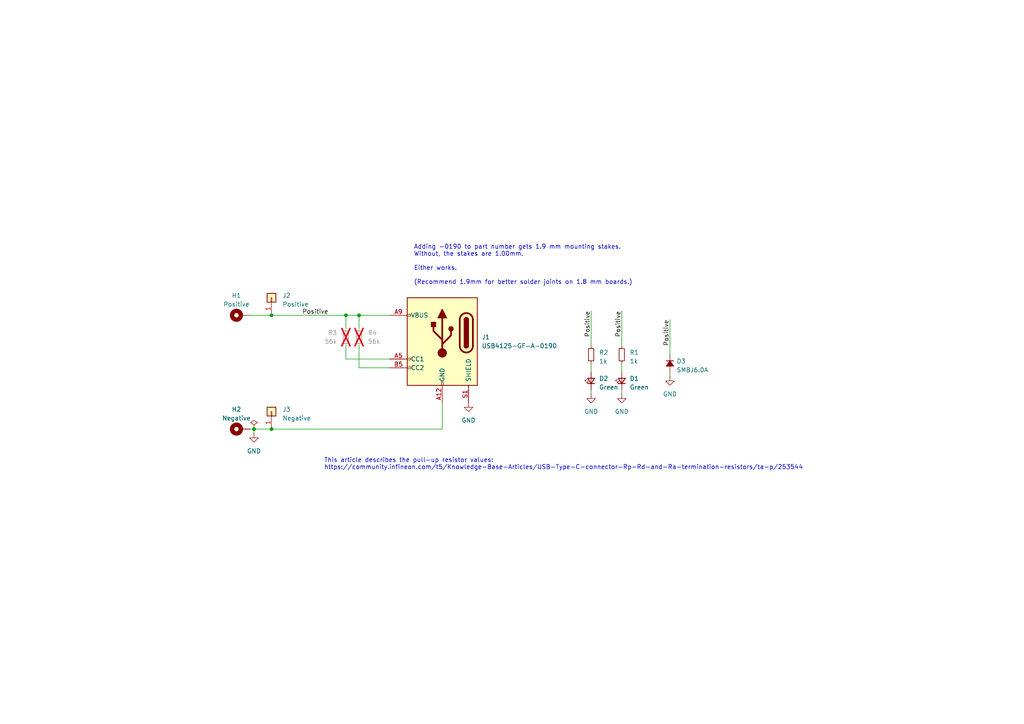
<source format=kicad_sch>
(kicad_sch (version 20231120) (generator "eeschema") (generator_version "8.0")
  (paper "A4")
  (title_block (title "Banana to USB-C Adapter (Power Only)") (date "2024-04-06") (rev "2") (company "baldengineer.com"))
  (lib_symbols
    (symbol "Connector:USB_C_Receptacle_PowerOnly_6P" (pin_names (offset 1.016))
      (property "Reference" "J" (at 0 16.51 0))
      (property "Value" "USB_C_Receptacle_PowerOnly_6P" (at 0 13.97 0))
      (symbol "USB_C_Receptacle_PowerOnly_6P_0_0"
        (rectangle (start -0.254 -12.7) (end 0.254 -11.684))
        (rectangle (start 10.16 -7.366) (end 9.144 -7.874))
        (rectangle (start 10.16 -4.826) (end 9.144 -5.334))
        (rectangle (start 10.16 7.874) (end 9.144 7.366))
      )
      (symbol "USB_C_Receptacle_PowerOnly_6P_0_1"
        (rectangle (start -10.16 12.7) (end 10.16 -12.7) (stroke (width 0.254)) (fill (type background)))
        (arc (start -8.89 -1.27) (mid -6.985 -3.1667) (end -5.08 -1.27) (stroke (width 0.508)))
        (arc (start -7.62 -1.27) (mid -6.985 -1.9023) (end -6.35 -1.27) (stroke (width 0.254)))
        (arc (start -7.62 -1.27) (mid -6.985 -1.9023) (end -6.35 -1.27) (stroke (width 0.254)) (fill (type outline)))
        (rectangle (start -7.62 -1.27) (end -6.35 6.35) (stroke (width 0.254)) (fill (type outline)))
        (arc (start -6.35 6.35) (mid -6.985 6.9823) (end -7.62 6.35) (stroke (width 0.254)))
        (arc (start -6.35 6.35) (mid -6.985 6.9823) (end -7.62 6.35) (stroke (width 0.254)) (fill (type outline)))
        (arc (start -5.08 6.35) (mid -6.985 8.2467) (end -8.89 6.35) (stroke (width 0.508)))
        (circle (center -2.54 3.683) (radius 0.635) (stroke (width 0.254)) (fill (type outline)))
        (circle (center 0 -3.302) (radius 1.27) (fill (type outline)))
        (polyline (pts (xy -8.89 -1.27) (xy -8.89 6.35)) (stroke (width 0.508)))
        (polyline (pts (xy -5.08 6.35) (xy -5.08 -1.27)) (stroke (width 0.508)))
        (polyline (pts (xy 0 -3.302) (xy 0 6.858)) (stroke (width 0.508)))
        (polyline (pts (xy 0 -0.762) (xy -2.54 1.778) (xy -2.54 3.048)) (stroke (width 0.508)))
        (polyline (pts (xy 0 0.508) (xy 2.54 3.048) (xy 2.54 4.318)) (stroke (width 0.508)))
        (polyline (pts (xy -1.27 6.858) (xy 0 9.398) (xy 1.27 6.858) (xy -1.27 6.858)) (stroke (width 0.254)) (fill (type outline)))
        (rectangle (start 1.905 4.318) (end 3.175 5.588) (stroke (width 0.254)) (fill (type outline)))
      )
      (symbol "USB_C_Receptacle_PowerOnly_6P_1_1"
        (pin passive line (at 0 -17.78 90) (length 5.08) (name "GND") (number "A12"))
        (pin bidirectional line (at 15.24 -5.08 180) (length 5.08) (name "CC1") (number "A5"))
        (pin passive line (at 15.24 7.62 180) (length 5.08) (name "VBUS") (number "A9"))
        (pin passive line (at 0 -17.78 90) (length 5.08) hide (name "GND") (number "B12"))
        (pin bidirectional line (at 15.24 -7.62 180) (length 5.08) (name "CC2") (number "B5"))
        (pin passive line (at 15.24 7.62 180) (length 5.08) hide (name "VBUS") (number "B9"))
        (pin passive line (at -7.62 -17.78 90) (length 5.08) (name "SHIELD") (number "S1"))
      )
    )
    (symbol "Connector_Generic:Conn_01x01" (pin_names (offset 1.016) hide)
      (property "Reference" "J" (at 0 2.54 0))
      (property "Value" "Conn_01x01" (at 0 -2.54 0))
      (symbol "Conn_01x01_1_1"
        (rectangle (start -1.27 0.127) (end 0 -0.127) (stroke (width 0.1524)))
        (rectangle (start -1.27 1.27) (end 1.27 -1.27) (stroke (width 0.254)) (fill (type background)))
        (pin passive line (at -5.08 0 0) (length 3.81) (name "Pin_1") (number "1"))
      )
    )
    (symbol "Device:D_Small_Filled" (pin_numbers hide) (pin_names (offset 0.254) hide)
      (property "Reference" "D" (at -1.27 2.032 0))
      (property "Value" "D_Small_Filled" (at -3.81 -2.032 0))
      (symbol "D_Small_Filled_0_1"
        (polyline (pts (xy -0.762 -1.016) (xy -0.762 1.016)) (stroke (width 0.254)))
        (polyline (pts (xy -0.762 0) (xy 0.762 0)))
        (polyline (pts (xy 0.762 -1.016) (xy -0.762 0) (xy 0.762 1.016) (xy 0.762 -1.016)) (stroke (width 0.254)) (fill (type outline)))
      )
      (symbol "D_Small_Filled_1_1"
        (pin passive line (at -2.54 0 0) (length 1.778) (name "K") (number "1"))
        (pin passive line (at 2.54 0 180) (length 1.778) (name "A") (number "2"))
      )
    )
    (symbol "Device:LED_Small" (pin_numbers hide) (pin_names (offset 0.254) hide)
      (property "Reference" "D" (at -1.27 3.175 0))
      (property "Value" "LED_Small" (at -4.445 -2.54 0))
      (symbol "LED_Small_0_1"
        (polyline (pts (xy -0.762 -1.016) (xy -0.762 1.016)) (stroke (width 0.254)))
        (polyline (pts (xy 1.016 0) (xy -0.762 0)))
        (polyline (pts (xy 0.762 -1.016) (xy -0.762 0) (xy 0.762 1.016) (xy 0.762 -1.016)) (stroke (width 0.254)))
        (polyline (pts (xy 0 0.762) (xy -0.508 1.27) (xy -0.254 1.27) (xy -0.508 1.27) (xy -0.508 1.016)))
        (polyline (pts (xy 0.508 1.27) (xy 0 1.778) (xy 0.254 1.778) (xy 0 1.778) (xy 0 1.524)))
      )
      (symbol "LED_Small_1_1"
        (pin passive line (at -2.54 0 0) (length 1.778) (name "K") (number "1"))
        (pin passive line (at 2.54 0 180) (length 1.778) (name "A") (number "2"))
      )
    )
    (symbol "Device:R_Small" (pin_numbers hide) (pin_names (offset 0.254) hide)
      (property "Reference" "R" (at 0.762 0.508 0))
      (property "Value" "R_Small" (at 0.762 -1.016 0))
      (symbol "R_Small_0_1"
        (rectangle (start -0.762 1.778) (end 0.762 -1.778) (stroke (width 0.2032)))
      )
      (symbol "R_Small_1_1"
        (pin passive line (at 0 2.54 270) (length 0.762) (name "~") (number "1"))
        (pin passive line (at 0 -2.54 90) (length 0.762) (name "~") (number "2"))
      )
    )
    (symbol "Mechanical:MountingHole_Pad" (pin_numbers hide) (pin_names (offset 1.016) hide)
      (property "Reference" "H" (at 0 6.35 0))
      (property "Value" "MountingHole_Pad" (at 0 4.445 0))
      (symbol "MountingHole_Pad_0_1"
        (circle (center 0 1.27) (radius 1.27) (stroke (width 1.27)))
      )
      (symbol "MountingHole_Pad_1_1"
        (pin input line (at 0 -2.54 90) (length 2.54) (name "1") (number "1"))
      )
    )
    (symbol "power:GND" (power) (pin_numbers hide) (pin_names (offset 0) hide)
      (property "Value" "GND" (at 0 -3.81 0))
      (symbol "GND_0_1"
        (polyline (pts (xy 0 0) (xy 0 -1.27) (xy 1.27 -1.27) (xy 0 -2.54) (xy -1.27 -1.27) (xy 0 -1.27)))
      )
      (symbol "GND_1_1"
        (pin power_in line (at 0 0 270) (length 0) (name "~") (number "1"))
      )
    )
    (symbol "power:PWR_FLAG" (power) (pin_numbers hide) (pin_names (offset 0) hide)
      (property "Value" "PWR_FLAG" (at 0 3.81 0))
      (symbol "PWR_FLAG_0_0"
        (pin power_out line (at 0 0 90) (length 0) (name "~") (number "1"))
      )
      (symbol "PWR_FLAG_0_1"
        (polyline (pts (xy 0 0) (xy 0 1.27) (xy -1.016 1.905) (xy 0 2.54) (xy 1.016 1.905) (xy 0 1.27)))
      )
    )
  )
  (junction (at 100.33 91.44))
  (junction (at 78.74 124.46))
  (junction (at 104.14 91.44))
  (junction (at 73.66 124.46))
  (junction (at 78.74 91.44))
  (wire (pts (xy 72.39 124.46) (xy 73.66 124.46)))
  (wire (pts (xy 104.14 91.44) (xy 104.14 95.25)))
  (wire (pts (xy 104.14 91.44) (xy 113.03 91.44)))
  (wire (pts (xy 180.34 105.41) (xy 180.34 107.95)))
  (wire (pts (xy 180.34 113.03) (xy 180.34 114.3)))
  (wire (pts (xy 194.31 92.71) (xy 194.31 102.87)))
  (wire (pts (xy 100.33 100.33) (xy 100.33 104.14)))
  (wire (pts (xy 128.27 116.84) (xy 128.27 124.46)))
  (wire (pts (xy 72.39 91.44) (xy 78.74 91.44)))
  (wire (pts (xy 73.66 124.46) (xy 73.66 125.73)))
  (wire (pts (xy 73.66 124.46) (xy 78.74 124.46)))
  (wire (pts (xy 104.14 100.33) (xy 104.14 106.68)))
  (wire (pts (xy 100.33 104.14) (xy 113.03 104.14)))
  (wire (pts (xy 171.45 113.03) (xy 171.45 114.3)))
  (wire (pts (xy 100.33 91.44) (xy 104.14 91.44)))
  (wire (pts (xy 104.14 106.68) (xy 113.03 106.68)))
  (wire (pts (xy 78.74 124.46) (xy 128.27 124.46)))
  (wire (pts (xy 78.74 91.44) (xy 100.33 91.44)))
  (wire (pts (xy 194.31 107.95) (xy 194.31 109.22)))
  (wire (pts (xy 100.33 91.44) (xy 100.33 95.25)))
  (wire (pts (xy 180.34 90.17) (xy 180.34 100.33)))
  (wire (pts (xy 171.45 90.17) (xy 171.45 100.33)))
  (wire (pts (xy 171.45 105.41) (xy 171.45 107.95)))
  (text "Adding -0190 to part number gets 1.9 mm mounting stakes.\nWithout, the stakes are 1.00mm.\n\nEither works.\n\n(Recommend 1.9mm for better solder joints on 1.8 mm boards.)\n" (at 120.015 76.835 0) (effects (font (size 1.27 1.27)) (justify left)))
  (text "This article describes the pull-up resistor values:\nhttps://community.infineon.com/t5/Knowledge-Base-Articles/USB-Type-C-connector-Rp-Rd-and-Ra-termination-resistors/ta-p/253544" (at 93.98 134.62 0) (effects (font (size 1.27 1.27)) (justify left)))
  (label "Positive" (at 87.63 91.44 0) (property "Netclass" "Power" (effects (hide yes))))
  (label "Positive" (at 180.34 90.17 270) (property "Netclass" "Power" (effects (hide yes))))
  (label "Positive" (at 171.45 90.17 270) (property "Netclass" "Power" (effects (hide yes))))
  (label "Positive" (at 194.31 92.71 270) (property "Netclass" "Power" (effects (hide yes))))
  (symbol (lib_id "Mechanical:MountingHole_Pad") (at 69.85 124.46 90) (unit 1)
    (property "Reference" "H2" (at 68.58 118.745 90))
    (property "Value" "Negative" (at 68.58 121.285 90))
    (property "Footprint" "MountingHole:MountingHole_3.2mm_M3_Pad_Via" (effects (hide yes)))
  )
  (symbol (lib_id "power:GND") (at 73.66 125.73 0) (unit 1)
    (property "Reference" "#PWR02" (effects (hide yes)))
    (property "Value" "GND" (at 73.66 130.81 0))
    (property "Description" "Power symbol creates a global label with name \"GND\" , ground" (effects (hide yes)))
  )
  (symbol (lib_id "Device:LED_Small") (at 171.45 110.49 90) (unit 1)
    (property "Reference" "D2" (at 173.736 109.7915 90) (effects (justify right)))
    (property "Value" "Green" (at 173.736 112.3315 90) (effects (justify right)))
    (property "Footprint" "LED_SMD:LED_1206_3216Metric_Pad1.42x1.75mm_HandSolder" (effects (hide yes)))
  )
  (symbol (lib_id "Connector:USB_C_Receptacle_PowerOnly_6P") (at 128.27 99.06 0) (mirror y) (unit 1)
    (property "Reference" "J1" (at 139.7 97.7899 0) (effects (justify right)))
    (property "Value" "USB4125-GF-A-0190" (at 139.7 100.3299 0) (effects (justify right)))
    (property "Footprint" "Connector_USB:USB_C_Receptacle_GCT_USB4125-xx-x_6P_TopMnt_Horizontal" (effects (hide yes)))
    (property "Description" "USB Power-Only 6P Type-C Receptacle connector" (effects (hide yes)))
  )
  (symbol (lib_id "Device:R_Small") (at 104.14 97.79 0) (unit 1) (dnp yes)
    (property "Reference" "R4" (at 106.68 96.5199 0) (effects (justify left)))
    (property "Value" "56k" (at 106.68 99.0599 0) (effects (justify left)))
    (property "Footprint" "Resistor_SMD:R_1206_3216Metric_Pad1.30x1.75mm_HandSolder" (effects (hide yes)))
  )
  (symbol (lib_id "power:GND") (at 180.34 114.3 0) (unit 1)
    (property "Reference" "#PWR03" (effects (hide yes)))
    (property "Value" "GND" (at 180.34 119.38 0))
    (property "Description" "Power symbol creates a global label with name \"GND\" , ground" (effects (hide yes)))
  )
  (symbol (lib_id "Device:R_Small") (at 100.33 97.79 0) (mirror y) (unit 1) (dnp yes)
    (property "Reference" "R3" (at 97.79 96.5199 0) (effects (justify left)))
    (property "Value" "56k" (at 97.79 99.0599 0) (effects (justify left)))
    (property "Footprint" "Resistor_SMD:R_1206_3216Metric_Pad1.30x1.75mm_HandSolder" (effects (hide yes)))
  )
  (symbol (lib_id "power:GND") (at 171.45 114.3 0) (unit 1)
    (property "Reference" "#PWR05" (effects (hide yes)))
    (property "Value" "GND" (at 171.45 119.38 0))
    (property "Description" "Power symbol creates a global label with name \"GND\" , ground" (effects (hide yes)))
  )
  (symbol (lib_id "Connector_Generic:Conn_01x01") (at 78.74 119.38 90) (unit 1)
    (property "Reference" "J3" (at 81.915 118.745 90) (effects (justify right)))
    (property "Value" "Negative" (at 81.915 121.285 90) (effects (justify right)))
    (property "Footprint" "Connector_PinHeader_2.54mm:PinHeader_1x01_P2.54mm_Vertical" (effects (hide yes)))
  )
  (symbol (lib_id "Device:D_Small_Filled") (at 194.31 105.41 270) (unit 1)
    (property "Reference" "D3" (at 196.215 104.775 90) (effects (justify left)))
    (property "Value" "SMBJ6.0A" (at 196.215 107.315 90) (effects (justify left)))
    (property "Footprint" "Diode_SMD:D_SMA-SMB_Universal_Handsoldering" (effects (hide yes)))
    (property "Datasheet" "https://www.farnell.com/datasheets/1874873.pdf" (effects (hide yes)))
    (property "Sim.Device" "D" (effects (hide yes)))
    (property "Sim.Pins" "1=K 2=A" (effects (hide yes)))
  )
  (symbol (lib_id "power:PWR_FLAG") (at 73.66 124.46 0) (unit 1)
    (property "Reference" "#FLG01" (effects (hide yes)))
    (property "Value" "PWR_FLAG" (effects (hide yes)))
    (property "Description" "Special symbol for telling ERC where power comes from" (effects (hide yes)))
  )
  (symbol (lib_id "power:GND") (at 194.31 109.22 0) (unit 1)
    (property "Reference" "#PWR04" (effects (hide yes)))
    (property "Value" "GND" (at 194.31 114.3 0))
    (property "Description" "Power symbol creates a global label with name \"GND\" , ground" (effects (hide yes)))
  )
  (symbol (lib_id "Device:R_Small") (at 171.45 102.87 0) (unit 1)
    (property "Reference" "R2" (at 173.736 102.235 0) (effects (justify left)))
    (property "Value" "1k" (at 173.736 104.775 0) (effects (justify left)))
    (property "Footprint" "Resistor_SMD:R_1206_3216Metric_Pad1.30x1.75mm_HandSolder" (effects (hide yes)))
  )
  (symbol (lib_id "power:GND") (at 135.89 116.84 0) (unit 1)
    (property "Reference" "#PWR01" (effects (hide yes)))
    (property "Value" "GND" (at 135.89 121.92 0))
    (property "Description" "Power symbol creates a global label with name \"GND\" , ground" (effects (hide yes)))
  )
  (symbol (lib_id "Device:R_Small") (at 180.34 102.87 0) (unit 1)
    (property "Reference" "R1" (at 182.626 102.235 0) (effects (justify left)))
    (property "Value" "1k" (at 182.626 104.775 0) (effects (justify left)))
    (property "Footprint" "Resistor_SMD:R_1206_3216Metric_Pad1.30x1.75mm_HandSolder" (effects (hide yes)))
  )
  (symbol (lib_id "Mechanical:MountingHole_Pad") (at 69.85 91.44 90) (unit 1)
    (property "Reference" "H1" (at 68.58 85.725 90))
    (property "Value" "Positive" (at 68.58 88.265 90))
    (property "Footprint" "MountingHole:MountingHole_3.2mm_M3_Pad_Via" (effects (hide yes)))
  )
  (symbol (lib_id "Device:LED_Small") (at 180.34 110.49 90) (unit 1)
    (property "Reference" "D1" (at 182.626 109.7915 90) (effects (justify right)))
    (property "Value" "Green" (at 182.626 112.3315 90) (effects (justify right)))
    (property "Footprint" "LED_SMD:LED_1206_3216Metric_Pad1.42x1.75mm_HandSolder" (effects (hide yes)))
  )
  (symbol (lib_id "Connector_Generic:Conn_01x01") (at 78.74 86.36 90) (unit 1)
    (property "Reference" "J2" (at 81.915 85.725 90) (effects (justify right)))
    (property "Value" "Positive" (at 81.915 88.265 90) (effects (justify right)))
    (property "Footprint" "Connector_PinHeader_2.54mm:PinHeader_1x01_P2.54mm_Vertical" (effects (hide yes)))
  )
)
</source>
